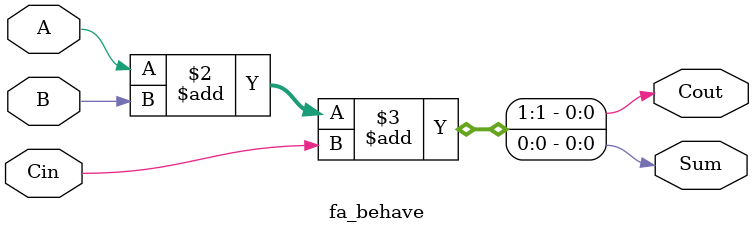
<source format=v>
module fa_behave (
    input A,
    input B,
    input Cin,
    output reg Sum,
    output reg Cout
);
    always @(*) begin
        {Cout, Sum} = A+B+Cin;
    end
endmodule

// Faced difficulty with the syntax... took help from GPT.
</source>
